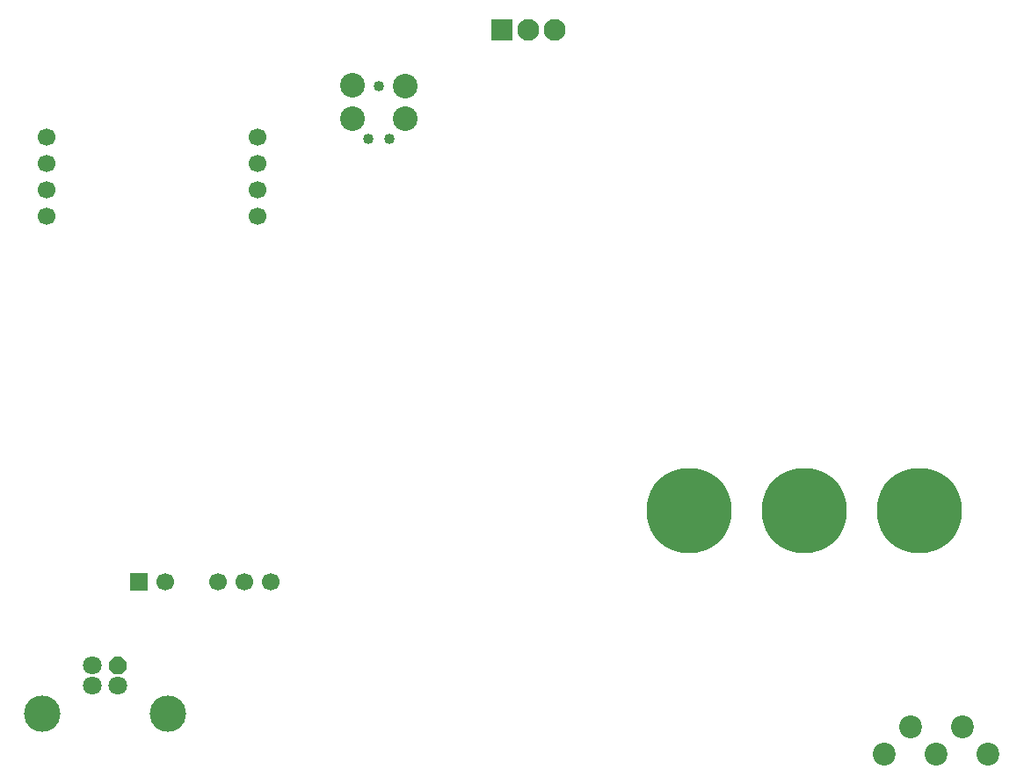
<source format=gbs>
G04 DipTrace 2.3.1.0*
%INreloadpro.backmask.gbs*%
%MOIN*%
%ADD54C,0.04*%
%ADD55C,0.0935*%
%ADD75C,0.0866*%
%ADD77C,0.0669*%
%ADD79R,0.0669X0.0669*%
%ADD89C,0.0827*%
%ADD90R,0.0827X0.0827*%
%ADD95C,0.3228*%
%ADD97C,0.1378*%
%ADD99C,0.0709*%
%FSLAX44Y44*%
G04*
G70*
G90*
G75*
G01*
%LNBotMask*%
%LPD*%
G36*
X8798Y9512D2*
X8525D1*
X8331Y9706D1*
Y9979D1*
X8525Y10173D1*
X8798D1*
X8992Y9979D1*
Y9706D1*
X8798Y9512D1*
G37*
D99*
X7677Y9843D3*
Y9055D3*
X8661D3*
D97*
X5799Y7988D3*
X10539D3*
D95*
X34687Y15687D3*
X39062D3*
D90*
X23213Y33937D3*
D89*
X24213D3*
X25213D3*
D79*
X9449Y12992D3*
D77*
X10449D3*
X12449D3*
X13449D3*
X14449D3*
D75*
X37726Y6474D3*
X38710Y7498D3*
X39695Y6474D3*
X40679Y7498D3*
X41663Y6474D3*
D54*
X18562Y31812D3*
X18962Y29812D3*
D55*
X19562Y31812D3*
X17562Y31817D3*
Y30567D3*
X19562D3*
D54*
X18162Y29812D3*
D77*
X5937Y29875D3*
Y28875D3*
Y27875D3*
Y26875D3*
X13937D3*
Y27875D3*
Y28875D3*
Y29875D3*
D95*
X30312Y15687D3*
M02*

</source>
